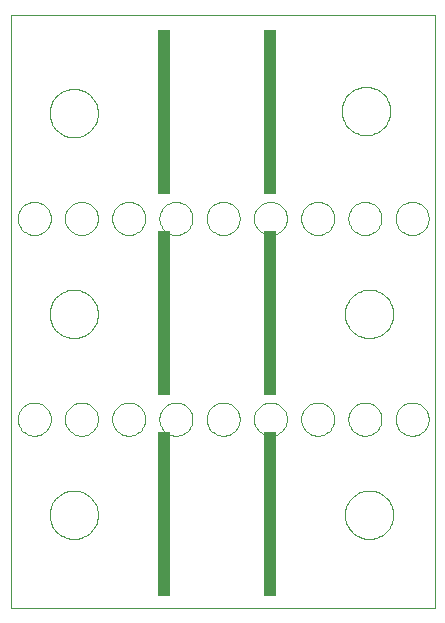
<source format=gtl>
G75*
%MOIN*%
%OFA0B0*%
%FSLAX24Y24*%
%IPPOS*%
%LPD*%
%AMOC8*
5,1,8,0,0,1.08239X$1,22.5*
%
%ADD10C,0.0000*%
%ADD11R,0.0394X0.5512*%
D10*
X000713Y000100D02*
X000713Y019883D01*
X014858Y019883D01*
X014858Y000100D01*
X000713Y000100D01*
X002012Y003214D02*
X002014Y003270D01*
X002020Y003326D01*
X002030Y003382D01*
X002043Y003436D01*
X002061Y003490D01*
X002082Y003542D01*
X002106Y003593D01*
X002135Y003642D01*
X002166Y003688D01*
X002201Y003733D01*
X002238Y003775D01*
X002279Y003814D01*
X002322Y003850D01*
X002368Y003883D01*
X002415Y003913D01*
X002465Y003939D01*
X002517Y003962D01*
X002570Y003982D01*
X002624Y003997D01*
X002679Y004009D01*
X002735Y004017D01*
X002791Y004021D01*
X002847Y004021D01*
X002903Y004017D01*
X002959Y004009D01*
X003014Y003997D01*
X003068Y003982D01*
X003121Y003962D01*
X003173Y003939D01*
X003222Y003913D01*
X003270Y003883D01*
X003316Y003850D01*
X003359Y003814D01*
X003400Y003775D01*
X003437Y003733D01*
X003472Y003688D01*
X003503Y003642D01*
X003532Y003593D01*
X003556Y003542D01*
X003577Y003490D01*
X003595Y003436D01*
X003608Y003382D01*
X003618Y003326D01*
X003624Y003270D01*
X003626Y003214D01*
X003624Y003158D01*
X003618Y003102D01*
X003608Y003046D01*
X003595Y002992D01*
X003577Y002938D01*
X003556Y002886D01*
X003532Y002835D01*
X003503Y002786D01*
X003472Y002740D01*
X003437Y002695D01*
X003400Y002653D01*
X003359Y002614D01*
X003316Y002578D01*
X003270Y002545D01*
X003223Y002515D01*
X003173Y002489D01*
X003121Y002466D01*
X003068Y002446D01*
X003014Y002431D01*
X002959Y002419D01*
X002903Y002411D01*
X002847Y002407D01*
X002791Y002407D01*
X002735Y002411D01*
X002679Y002419D01*
X002624Y002431D01*
X002570Y002446D01*
X002517Y002466D01*
X002465Y002489D01*
X002415Y002515D01*
X002368Y002545D01*
X002322Y002578D01*
X002279Y002614D01*
X002238Y002653D01*
X002201Y002695D01*
X002166Y002740D01*
X002135Y002786D01*
X002106Y002835D01*
X002082Y002886D01*
X002061Y002938D01*
X002043Y002992D01*
X002030Y003046D01*
X002020Y003102D01*
X002014Y003158D01*
X002012Y003214D01*
X000949Y006399D02*
X000951Y006446D01*
X000957Y006492D01*
X000967Y006538D01*
X000980Y006583D01*
X000998Y006626D01*
X001019Y006668D01*
X001043Y006708D01*
X001071Y006745D01*
X001102Y006780D01*
X001136Y006813D01*
X001172Y006842D01*
X001211Y006868D01*
X001252Y006891D01*
X001295Y006910D01*
X001339Y006926D01*
X001384Y006938D01*
X001430Y006946D01*
X001477Y006950D01*
X001523Y006950D01*
X001570Y006946D01*
X001616Y006938D01*
X001661Y006926D01*
X001705Y006910D01*
X001748Y006891D01*
X001789Y006868D01*
X001828Y006842D01*
X001864Y006813D01*
X001898Y006780D01*
X001929Y006745D01*
X001957Y006708D01*
X001981Y006668D01*
X002002Y006626D01*
X002020Y006583D01*
X002033Y006538D01*
X002043Y006492D01*
X002049Y006446D01*
X002051Y006399D01*
X002049Y006352D01*
X002043Y006306D01*
X002033Y006260D01*
X002020Y006215D01*
X002002Y006172D01*
X001981Y006130D01*
X001957Y006090D01*
X001929Y006053D01*
X001898Y006018D01*
X001864Y005985D01*
X001828Y005956D01*
X001789Y005930D01*
X001748Y005907D01*
X001705Y005888D01*
X001661Y005872D01*
X001616Y005860D01*
X001570Y005852D01*
X001523Y005848D01*
X001477Y005848D01*
X001430Y005852D01*
X001384Y005860D01*
X001339Y005872D01*
X001295Y005888D01*
X001252Y005907D01*
X001211Y005930D01*
X001172Y005956D01*
X001136Y005985D01*
X001102Y006018D01*
X001071Y006053D01*
X001043Y006090D01*
X001019Y006130D01*
X000998Y006172D01*
X000980Y006215D01*
X000967Y006260D01*
X000957Y006306D01*
X000951Y006352D01*
X000949Y006399D01*
X002524Y006399D02*
X002526Y006446D01*
X002532Y006492D01*
X002542Y006538D01*
X002555Y006583D01*
X002573Y006626D01*
X002594Y006668D01*
X002618Y006708D01*
X002646Y006745D01*
X002677Y006780D01*
X002711Y006813D01*
X002747Y006842D01*
X002786Y006868D01*
X002827Y006891D01*
X002870Y006910D01*
X002914Y006926D01*
X002959Y006938D01*
X003005Y006946D01*
X003052Y006950D01*
X003098Y006950D01*
X003145Y006946D01*
X003191Y006938D01*
X003236Y006926D01*
X003280Y006910D01*
X003323Y006891D01*
X003364Y006868D01*
X003403Y006842D01*
X003439Y006813D01*
X003473Y006780D01*
X003504Y006745D01*
X003532Y006708D01*
X003556Y006668D01*
X003577Y006626D01*
X003595Y006583D01*
X003608Y006538D01*
X003618Y006492D01*
X003624Y006446D01*
X003626Y006399D01*
X003624Y006352D01*
X003618Y006306D01*
X003608Y006260D01*
X003595Y006215D01*
X003577Y006172D01*
X003556Y006130D01*
X003532Y006090D01*
X003504Y006053D01*
X003473Y006018D01*
X003439Y005985D01*
X003403Y005956D01*
X003364Y005930D01*
X003323Y005907D01*
X003280Y005888D01*
X003236Y005872D01*
X003191Y005860D01*
X003145Y005852D01*
X003098Y005848D01*
X003052Y005848D01*
X003005Y005852D01*
X002959Y005860D01*
X002914Y005872D01*
X002870Y005888D01*
X002827Y005907D01*
X002786Y005930D01*
X002747Y005956D01*
X002711Y005985D01*
X002677Y006018D01*
X002646Y006053D01*
X002618Y006090D01*
X002594Y006130D01*
X002573Y006172D01*
X002555Y006215D01*
X002542Y006260D01*
X002532Y006306D01*
X002526Y006352D01*
X002524Y006399D01*
X004099Y006399D02*
X004101Y006446D01*
X004107Y006492D01*
X004117Y006538D01*
X004130Y006583D01*
X004148Y006626D01*
X004169Y006668D01*
X004193Y006708D01*
X004221Y006745D01*
X004252Y006780D01*
X004286Y006813D01*
X004322Y006842D01*
X004361Y006868D01*
X004402Y006891D01*
X004445Y006910D01*
X004489Y006926D01*
X004534Y006938D01*
X004580Y006946D01*
X004627Y006950D01*
X004673Y006950D01*
X004720Y006946D01*
X004766Y006938D01*
X004811Y006926D01*
X004855Y006910D01*
X004898Y006891D01*
X004939Y006868D01*
X004978Y006842D01*
X005014Y006813D01*
X005048Y006780D01*
X005079Y006745D01*
X005107Y006708D01*
X005131Y006668D01*
X005152Y006626D01*
X005170Y006583D01*
X005183Y006538D01*
X005193Y006492D01*
X005199Y006446D01*
X005201Y006399D01*
X005199Y006352D01*
X005193Y006306D01*
X005183Y006260D01*
X005170Y006215D01*
X005152Y006172D01*
X005131Y006130D01*
X005107Y006090D01*
X005079Y006053D01*
X005048Y006018D01*
X005014Y005985D01*
X004978Y005956D01*
X004939Y005930D01*
X004898Y005907D01*
X004855Y005888D01*
X004811Y005872D01*
X004766Y005860D01*
X004720Y005852D01*
X004673Y005848D01*
X004627Y005848D01*
X004580Y005852D01*
X004534Y005860D01*
X004489Y005872D01*
X004445Y005888D01*
X004402Y005907D01*
X004361Y005930D01*
X004322Y005956D01*
X004286Y005985D01*
X004252Y006018D01*
X004221Y006053D01*
X004193Y006090D01*
X004169Y006130D01*
X004148Y006172D01*
X004130Y006215D01*
X004117Y006260D01*
X004107Y006306D01*
X004101Y006352D01*
X004099Y006399D01*
X005673Y006399D02*
X005675Y006446D01*
X005681Y006492D01*
X005691Y006538D01*
X005704Y006583D01*
X005722Y006626D01*
X005743Y006668D01*
X005767Y006708D01*
X005795Y006745D01*
X005826Y006780D01*
X005860Y006813D01*
X005896Y006842D01*
X005935Y006868D01*
X005976Y006891D01*
X006019Y006910D01*
X006063Y006926D01*
X006108Y006938D01*
X006154Y006946D01*
X006201Y006950D01*
X006247Y006950D01*
X006294Y006946D01*
X006340Y006938D01*
X006385Y006926D01*
X006429Y006910D01*
X006472Y006891D01*
X006513Y006868D01*
X006552Y006842D01*
X006588Y006813D01*
X006622Y006780D01*
X006653Y006745D01*
X006681Y006708D01*
X006705Y006668D01*
X006726Y006626D01*
X006744Y006583D01*
X006757Y006538D01*
X006767Y006492D01*
X006773Y006446D01*
X006775Y006399D01*
X006773Y006352D01*
X006767Y006306D01*
X006757Y006260D01*
X006744Y006215D01*
X006726Y006172D01*
X006705Y006130D01*
X006681Y006090D01*
X006653Y006053D01*
X006622Y006018D01*
X006588Y005985D01*
X006552Y005956D01*
X006513Y005930D01*
X006472Y005907D01*
X006429Y005888D01*
X006385Y005872D01*
X006340Y005860D01*
X006294Y005852D01*
X006247Y005848D01*
X006201Y005848D01*
X006154Y005852D01*
X006108Y005860D01*
X006063Y005872D01*
X006019Y005888D01*
X005976Y005907D01*
X005935Y005930D01*
X005896Y005956D01*
X005860Y005985D01*
X005826Y006018D01*
X005795Y006053D01*
X005767Y006090D01*
X005743Y006130D01*
X005722Y006172D01*
X005704Y006215D01*
X005691Y006260D01*
X005681Y006306D01*
X005675Y006352D01*
X005673Y006399D01*
X007248Y006399D02*
X007250Y006446D01*
X007256Y006492D01*
X007266Y006538D01*
X007279Y006583D01*
X007297Y006626D01*
X007318Y006668D01*
X007342Y006708D01*
X007370Y006745D01*
X007401Y006780D01*
X007435Y006813D01*
X007471Y006842D01*
X007510Y006868D01*
X007551Y006891D01*
X007594Y006910D01*
X007638Y006926D01*
X007683Y006938D01*
X007729Y006946D01*
X007776Y006950D01*
X007822Y006950D01*
X007869Y006946D01*
X007915Y006938D01*
X007960Y006926D01*
X008004Y006910D01*
X008047Y006891D01*
X008088Y006868D01*
X008127Y006842D01*
X008163Y006813D01*
X008197Y006780D01*
X008228Y006745D01*
X008256Y006708D01*
X008280Y006668D01*
X008301Y006626D01*
X008319Y006583D01*
X008332Y006538D01*
X008342Y006492D01*
X008348Y006446D01*
X008350Y006399D01*
X008348Y006352D01*
X008342Y006306D01*
X008332Y006260D01*
X008319Y006215D01*
X008301Y006172D01*
X008280Y006130D01*
X008256Y006090D01*
X008228Y006053D01*
X008197Y006018D01*
X008163Y005985D01*
X008127Y005956D01*
X008088Y005930D01*
X008047Y005907D01*
X008004Y005888D01*
X007960Y005872D01*
X007915Y005860D01*
X007869Y005852D01*
X007822Y005848D01*
X007776Y005848D01*
X007729Y005852D01*
X007683Y005860D01*
X007638Y005872D01*
X007594Y005888D01*
X007551Y005907D01*
X007510Y005930D01*
X007471Y005956D01*
X007435Y005985D01*
X007401Y006018D01*
X007370Y006053D01*
X007342Y006090D01*
X007318Y006130D01*
X007297Y006172D01*
X007279Y006215D01*
X007266Y006260D01*
X007256Y006306D01*
X007250Y006352D01*
X007248Y006399D01*
X008823Y006399D02*
X008825Y006446D01*
X008831Y006492D01*
X008841Y006538D01*
X008854Y006583D01*
X008872Y006626D01*
X008893Y006668D01*
X008917Y006708D01*
X008945Y006745D01*
X008976Y006780D01*
X009010Y006813D01*
X009046Y006842D01*
X009085Y006868D01*
X009126Y006891D01*
X009169Y006910D01*
X009213Y006926D01*
X009258Y006938D01*
X009304Y006946D01*
X009351Y006950D01*
X009397Y006950D01*
X009444Y006946D01*
X009490Y006938D01*
X009535Y006926D01*
X009579Y006910D01*
X009622Y006891D01*
X009663Y006868D01*
X009702Y006842D01*
X009738Y006813D01*
X009772Y006780D01*
X009803Y006745D01*
X009831Y006708D01*
X009855Y006668D01*
X009876Y006626D01*
X009894Y006583D01*
X009907Y006538D01*
X009917Y006492D01*
X009923Y006446D01*
X009925Y006399D01*
X009923Y006352D01*
X009917Y006306D01*
X009907Y006260D01*
X009894Y006215D01*
X009876Y006172D01*
X009855Y006130D01*
X009831Y006090D01*
X009803Y006053D01*
X009772Y006018D01*
X009738Y005985D01*
X009702Y005956D01*
X009663Y005930D01*
X009622Y005907D01*
X009579Y005888D01*
X009535Y005872D01*
X009490Y005860D01*
X009444Y005852D01*
X009397Y005848D01*
X009351Y005848D01*
X009304Y005852D01*
X009258Y005860D01*
X009213Y005872D01*
X009169Y005888D01*
X009126Y005907D01*
X009085Y005930D01*
X009046Y005956D01*
X009010Y005985D01*
X008976Y006018D01*
X008945Y006053D01*
X008917Y006090D01*
X008893Y006130D01*
X008872Y006172D01*
X008854Y006215D01*
X008841Y006260D01*
X008831Y006306D01*
X008825Y006352D01*
X008823Y006399D01*
X010398Y006399D02*
X010400Y006446D01*
X010406Y006492D01*
X010416Y006538D01*
X010429Y006583D01*
X010447Y006626D01*
X010468Y006668D01*
X010492Y006708D01*
X010520Y006745D01*
X010551Y006780D01*
X010585Y006813D01*
X010621Y006842D01*
X010660Y006868D01*
X010701Y006891D01*
X010744Y006910D01*
X010788Y006926D01*
X010833Y006938D01*
X010879Y006946D01*
X010926Y006950D01*
X010972Y006950D01*
X011019Y006946D01*
X011065Y006938D01*
X011110Y006926D01*
X011154Y006910D01*
X011197Y006891D01*
X011238Y006868D01*
X011277Y006842D01*
X011313Y006813D01*
X011347Y006780D01*
X011378Y006745D01*
X011406Y006708D01*
X011430Y006668D01*
X011451Y006626D01*
X011469Y006583D01*
X011482Y006538D01*
X011492Y006492D01*
X011498Y006446D01*
X011500Y006399D01*
X011498Y006352D01*
X011492Y006306D01*
X011482Y006260D01*
X011469Y006215D01*
X011451Y006172D01*
X011430Y006130D01*
X011406Y006090D01*
X011378Y006053D01*
X011347Y006018D01*
X011313Y005985D01*
X011277Y005956D01*
X011238Y005930D01*
X011197Y005907D01*
X011154Y005888D01*
X011110Y005872D01*
X011065Y005860D01*
X011019Y005852D01*
X010972Y005848D01*
X010926Y005848D01*
X010879Y005852D01*
X010833Y005860D01*
X010788Y005872D01*
X010744Y005888D01*
X010701Y005907D01*
X010660Y005930D01*
X010621Y005956D01*
X010585Y005985D01*
X010551Y006018D01*
X010520Y006053D01*
X010492Y006090D01*
X010468Y006130D01*
X010447Y006172D01*
X010429Y006215D01*
X010416Y006260D01*
X010406Y006306D01*
X010400Y006352D01*
X010398Y006399D01*
X011973Y006399D02*
X011975Y006446D01*
X011981Y006492D01*
X011991Y006538D01*
X012004Y006583D01*
X012022Y006626D01*
X012043Y006668D01*
X012067Y006708D01*
X012095Y006745D01*
X012126Y006780D01*
X012160Y006813D01*
X012196Y006842D01*
X012235Y006868D01*
X012276Y006891D01*
X012319Y006910D01*
X012363Y006926D01*
X012408Y006938D01*
X012454Y006946D01*
X012501Y006950D01*
X012547Y006950D01*
X012594Y006946D01*
X012640Y006938D01*
X012685Y006926D01*
X012729Y006910D01*
X012772Y006891D01*
X012813Y006868D01*
X012852Y006842D01*
X012888Y006813D01*
X012922Y006780D01*
X012953Y006745D01*
X012981Y006708D01*
X013005Y006668D01*
X013026Y006626D01*
X013044Y006583D01*
X013057Y006538D01*
X013067Y006492D01*
X013073Y006446D01*
X013075Y006399D01*
X013073Y006352D01*
X013067Y006306D01*
X013057Y006260D01*
X013044Y006215D01*
X013026Y006172D01*
X013005Y006130D01*
X012981Y006090D01*
X012953Y006053D01*
X012922Y006018D01*
X012888Y005985D01*
X012852Y005956D01*
X012813Y005930D01*
X012772Y005907D01*
X012729Y005888D01*
X012685Y005872D01*
X012640Y005860D01*
X012594Y005852D01*
X012547Y005848D01*
X012501Y005848D01*
X012454Y005852D01*
X012408Y005860D01*
X012363Y005872D01*
X012319Y005888D01*
X012276Y005907D01*
X012235Y005930D01*
X012196Y005956D01*
X012160Y005985D01*
X012126Y006018D01*
X012095Y006053D01*
X012067Y006090D01*
X012043Y006130D01*
X012022Y006172D01*
X012004Y006215D01*
X011991Y006260D01*
X011981Y006306D01*
X011975Y006352D01*
X011973Y006399D01*
X013547Y006399D02*
X013549Y006446D01*
X013555Y006492D01*
X013565Y006538D01*
X013578Y006583D01*
X013596Y006626D01*
X013617Y006668D01*
X013641Y006708D01*
X013669Y006745D01*
X013700Y006780D01*
X013734Y006813D01*
X013770Y006842D01*
X013809Y006868D01*
X013850Y006891D01*
X013893Y006910D01*
X013937Y006926D01*
X013982Y006938D01*
X014028Y006946D01*
X014075Y006950D01*
X014121Y006950D01*
X014168Y006946D01*
X014214Y006938D01*
X014259Y006926D01*
X014303Y006910D01*
X014346Y006891D01*
X014387Y006868D01*
X014426Y006842D01*
X014462Y006813D01*
X014496Y006780D01*
X014527Y006745D01*
X014555Y006708D01*
X014579Y006668D01*
X014600Y006626D01*
X014618Y006583D01*
X014631Y006538D01*
X014641Y006492D01*
X014647Y006446D01*
X014649Y006399D01*
X014647Y006352D01*
X014641Y006306D01*
X014631Y006260D01*
X014618Y006215D01*
X014600Y006172D01*
X014579Y006130D01*
X014555Y006090D01*
X014527Y006053D01*
X014496Y006018D01*
X014462Y005985D01*
X014426Y005956D01*
X014387Y005930D01*
X014346Y005907D01*
X014303Y005888D01*
X014259Y005872D01*
X014214Y005860D01*
X014168Y005852D01*
X014121Y005848D01*
X014075Y005848D01*
X014028Y005852D01*
X013982Y005860D01*
X013937Y005872D01*
X013893Y005888D01*
X013850Y005907D01*
X013809Y005930D01*
X013770Y005956D01*
X013734Y005985D01*
X013700Y006018D01*
X013669Y006053D01*
X013641Y006090D01*
X013617Y006130D01*
X013596Y006172D01*
X013578Y006215D01*
X013565Y006260D01*
X013555Y006306D01*
X013549Y006352D01*
X013547Y006399D01*
X011854Y003214D02*
X011856Y003270D01*
X011862Y003326D01*
X011872Y003382D01*
X011885Y003436D01*
X011903Y003490D01*
X011924Y003542D01*
X011948Y003593D01*
X011977Y003642D01*
X012008Y003688D01*
X012043Y003733D01*
X012080Y003775D01*
X012121Y003814D01*
X012164Y003850D01*
X012210Y003883D01*
X012257Y003913D01*
X012307Y003939D01*
X012359Y003962D01*
X012412Y003982D01*
X012466Y003997D01*
X012521Y004009D01*
X012577Y004017D01*
X012633Y004021D01*
X012689Y004021D01*
X012745Y004017D01*
X012801Y004009D01*
X012856Y003997D01*
X012910Y003982D01*
X012963Y003962D01*
X013015Y003939D01*
X013064Y003913D01*
X013112Y003883D01*
X013158Y003850D01*
X013201Y003814D01*
X013242Y003775D01*
X013279Y003733D01*
X013314Y003688D01*
X013345Y003642D01*
X013374Y003593D01*
X013398Y003542D01*
X013419Y003490D01*
X013437Y003436D01*
X013450Y003382D01*
X013460Y003326D01*
X013466Y003270D01*
X013468Y003214D01*
X013466Y003158D01*
X013460Y003102D01*
X013450Y003046D01*
X013437Y002992D01*
X013419Y002938D01*
X013398Y002886D01*
X013374Y002835D01*
X013345Y002786D01*
X013314Y002740D01*
X013279Y002695D01*
X013242Y002653D01*
X013201Y002614D01*
X013158Y002578D01*
X013112Y002545D01*
X013065Y002515D01*
X013015Y002489D01*
X012963Y002466D01*
X012910Y002446D01*
X012856Y002431D01*
X012801Y002419D01*
X012745Y002411D01*
X012689Y002407D01*
X012633Y002407D01*
X012577Y002411D01*
X012521Y002419D01*
X012466Y002431D01*
X012412Y002446D01*
X012359Y002466D01*
X012307Y002489D01*
X012257Y002515D01*
X012210Y002545D01*
X012164Y002578D01*
X012121Y002614D01*
X012080Y002653D01*
X012043Y002695D01*
X012008Y002740D01*
X011977Y002786D01*
X011948Y002835D01*
X011924Y002886D01*
X011903Y002938D01*
X011885Y002992D01*
X011872Y003046D01*
X011862Y003102D01*
X011856Y003158D01*
X011854Y003214D01*
X011854Y009907D02*
X011856Y009963D01*
X011862Y010019D01*
X011872Y010075D01*
X011885Y010129D01*
X011903Y010183D01*
X011924Y010235D01*
X011948Y010286D01*
X011977Y010335D01*
X012008Y010381D01*
X012043Y010426D01*
X012080Y010468D01*
X012121Y010507D01*
X012164Y010543D01*
X012210Y010576D01*
X012257Y010606D01*
X012307Y010632D01*
X012359Y010655D01*
X012412Y010675D01*
X012466Y010690D01*
X012521Y010702D01*
X012577Y010710D01*
X012633Y010714D01*
X012689Y010714D01*
X012745Y010710D01*
X012801Y010702D01*
X012856Y010690D01*
X012910Y010675D01*
X012963Y010655D01*
X013015Y010632D01*
X013064Y010606D01*
X013112Y010576D01*
X013158Y010543D01*
X013201Y010507D01*
X013242Y010468D01*
X013279Y010426D01*
X013314Y010381D01*
X013345Y010335D01*
X013374Y010286D01*
X013398Y010235D01*
X013419Y010183D01*
X013437Y010129D01*
X013450Y010075D01*
X013460Y010019D01*
X013466Y009963D01*
X013468Y009907D01*
X013466Y009851D01*
X013460Y009795D01*
X013450Y009739D01*
X013437Y009685D01*
X013419Y009631D01*
X013398Y009579D01*
X013374Y009528D01*
X013345Y009479D01*
X013314Y009433D01*
X013279Y009388D01*
X013242Y009346D01*
X013201Y009307D01*
X013158Y009271D01*
X013112Y009238D01*
X013065Y009208D01*
X013015Y009182D01*
X012963Y009159D01*
X012910Y009139D01*
X012856Y009124D01*
X012801Y009112D01*
X012745Y009104D01*
X012689Y009100D01*
X012633Y009100D01*
X012577Y009104D01*
X012521Y009112D01*
X012466Y009124D01*
X012412Y009139D01*
X012359Y009159D01*
X012307Y009182D01*
X012257Y009208D01*
X012210Y009238D01*
X012164Y009271D01*
X012121Y009307D01*
X012080Y009346D01*
X012043Y009388D01*
X012008Y009433D01*
X011977Y009479D01*
X011948Y009528D01*
X011924Y009579D01*
X011903Y009631D01*
X011885Y009685D01*
X011872Y009739D01*
X011862Y009795D01*
X011856Y009851D01*
X011854Y009907D01*
X011973Y013092D02*
X011975Y013139D01*
X011981Y013185D01*
X011991Y013231D01*
X012004Y013276D01*
X012022Y013319D01*
X012043Y013361D01*
X012067Y013401D01*
X012095Y013438D01*
X012126Y013473D01*
X012160Y013506D01*
X012196Y013535D01*
X012235Y013561D01*
X012276Y013584D01*
X012319Y013603D01*
X012363Y013619D01*
X012408Y013631D01*
X012454Y013639D01*
X012501Y013643D01*
X012547Y013643D01*
X012594Y013639D01*
X012640Y013631D01*
X012685Y013619D01*
X012729Y013603D01*
X012772Y013584D01*
X012813Y013561D01*
X012852Y013535D01*
X012888Y013506D01*
X012922Y013473D01*
X012953Y013438D01*
X012981Y013401D01*
X013005Y013361D01*
X013026Y013319D01*
X013044Y013276D01*
X013057Y013231D01*
X013067Y013185D01*
X013073Y013139D01*
X013075Y013092D01*
X013073Y013045D01*
X013067Y012999D01*
X013057Y012953D01*
X013044Y012908D01*
X013026Y012865D01*
X013005Y012823D01*
X012981Y012783D01*
X012953Y012746D01*
X012922Y012711D01*
X012888Y012678D01*
X012852Y012649D01*
X012813Y012623D01*
X012772Y012600D01*
X012729Y012581D01*
X012685Y012565D01*
X012640Y012553D01*
X012594Y012545D01*
X012547Y012541D01*
X012501Y012541D01*
X012454Y012545D01*
X012408Y012553D01*
X012363Y012565D01*
X012319Y012581D01*
X012276Y012600D01*
X012235Y012623D01*
X012196Y012649D01*
X012160Y012678D01*
X012126Y012711D01*
X012095Y012746D01*
X012067Y012783D01*
X012043Y012823D01*
X012022Y012865D01*
X012004Y012908D01*
X011991Y012953D01*
X011981Y012999D01*
X011975Y013045D01*
X011973Y013092D01*
X010398Y013092D02*
X010400Y013139D01*
X010406Y013185D01*
X010416Y013231D01*
X010429Y013276D01*
X010447Y013319D01*
X010468Y013361D01*
X010492Y013401D01*
X010520Y013438D01*
X010551Y013473D01*
X010585Y013506D01*
X010621Y013535D01*
X010660Y013561D01*
X010701Y013584D01*
X010744Y013603D01*
X010788Y013619D01*
X010833Y013631D01*
X010879Y013639D01*
X010926Y013643D01*
X010972Y013643D01*
X011019Y013639D01*
X011065Y013631D01*
X011110Y013619D01*
X011154Y013603D01*
X011197Y013584D01*
X011238Y013561D01*
X011277Y013535D01*
X011313Y013506D01*
X011347Y013473D01*
X011378Y013438D01*
X011406Y013401D01*
X011430Y013361D01*
X011451Y013319D01*
X011469Y013276D01*
X011482Y013231D01*
X011492Y013185D01*
X011498Y013139D01*
X011500Y013092D01*
X011498Y013045D01*
X011492Y012999D01*
X011482Y012953D01*
X011469Y012908D01*
X011451Y012865D01*
X011430Y012823D01*
X011406Y012783D01*
X011378Y012746D01*
X011347Y012711D01*
X011313Y012678D01*
X011277Y012649D01*
X011238Y012623D01*
X011197Y012600D01*
X011154Y012581D01*
X011110Y012565D01*
X011065Y012553D01*
X011019Y012545D01*
X010972Y012541D01*
X010926Y012541D01*
X010879Y012545D01*
X010833Y012553D01*
X010788Y012565D01*
X010744Y012581D01*
X010701Y012600D01*
X010660Y012623D01*
X010621Y012649D01*
X010585Y012678D01*
X010551Y012711D01*
X010520Y012746D01*
X010492Y012783D01*
X010468Y012823D01*
X010447Y012865D01*
X010429Y012908D01*
X010416Y012953D01*
X010406Y012999D01*
X010400Y013045D01*
X010398Y013092D01*
X008823Y013092D02*
X008825Y013139D01*
X008831Y013185D01*
X008841Y013231D01*
X008854Y013276D01*
X008872Y013319D01*
X008893Y013361D01*
X008917Y013401D01*
X008945Y013438D01*
X008976Y013473D01*
X009010Y013506D01*
X009046Y013535D01*
X009085Y013561D01*
X009126Y013584D01*
X009169Y013603D01*
X009213Y013619D01*
X009258Y013631D01*
X009304Y013639D01*
X009351Y013643D01*
X009397Y013643D01*
X009444Y013639D01*
X009490Y013631D01*
X009535Y013619D01*
X009579Y013603D01*
X009622Y013584D01*
X009663Y013561D01*
X009702Y013535D01*
X009738Y013506D01*
X009772Y013473D01*
X009803Y013438D01*
X009831Y013401D01*
X009855Y013361D01*
X009876Y013319D01*
X009894Y013276D01*
X009907Y013231D01*
X009917Y013185D01*
X009923Y013139D01*
X009925Y013092D01*
X009923Y013045D01*
X009917Y012999D01*
X009907Y012953D01*
X009894Y012908D01*
X009876Y012865D01*
X009855Y012823D01*
X009831Y012783D01*
X009803Y012746D01*
X009772Y012711D01*
X009738Y012678D01*
X009702Y012649D01*
X009663Y012623D01*
X009622Y012600D01*
X009579Y012581D01*
X009535Y012565D01*
X009490Y012553D01*
X009444Y012545D01*
X009397Y012541D01*
X009351Y012541D01*
X009304Y012545D01*
X009258Y012553D01*
X009213Y012565D01*
X009169Y012581D01*
X009126Y012600D01*
X009085Y012623D01*
X009046Y012649D01*
X009010Y012678D01*
X008976Y012711D01*
X008945Y012746D01*
X008917Y012783D01*
X008893Y012823D01*
X008872Y012865D01*
X008854Y012908D01*
X008841Y012953D01*
X008831Y012999D01*
X008825Y013045D01*
X008823Y013092D01*
X007248Y013092D02*
X007250Y013139D01*
X007256Y013185D01*
X007266Y013231D01*
X007279Y013276D01*
X007297Y013319D01*
X007318Y013361D01*
X007342Y013401D01*
X007370Y013438D01*
X007401Y013473D01*
X007435Y013506D01*
X007471Y013535D01*
X007510Y013561D01*
X007551Y013584D01*
X007594Y013603D01*
X007638Y013619D01*
X007683Y013631D01*
X007729Y013639D01*
X007776Y013643D01*
X007822Y013643D01*
X007869Y013639D01*
X007915Y013631D01*
X007960Y013619D01*
X008004Y013603D01*
X008047Y013584D01*
X008088Y013561D01*
X008127Y013535D01*
X008163Y013506D01*
X008197Y013473D01*
X008228Y013438D01*
X008256Y013401D01*
X008280Y013361D01*
X008301Y013319D01*
X008319Y013276D01*
X008332Y013231D01*
X008342Y013185D01*
X008348Y013139D01*
X008350Y013092D01*
X008348Y013045D01*
X008342Y012999D01*
X008332Y012953D01*
X008319Y012908D01*
X008301Y012865D01*
X008280Y012823D01*
X008256Y012783D01*
X008228Y012746D01*
X008197Y012711D01*
X008163Y012678D01*
X008127Y012649D01*
X008088Y012623D01*
X008047Y012600D01*
X008004Y012581D01*
X007960Y012565D01*
X007915Y012553D01*
X007869Y012545D01*
X007822Y012541D01*
X007776Y012541D01*
X007729Y012545D01*
X007683Y012553D01*
X007638Y012565D01*
X007594Y012581D01*
X007551Y012600D01*
X007510Y012623D01*
X007471Y012649D01*
X007435Y012678D01*
X007401Y012711D01*
X007370Y012746D01*
X007342Y012783D01*
X007318Y012823D01*
X007297Y012865D01*
X007279Y012908D01*
X007266Y012953D01*
X007256Y012999D01*
X007250Y013045D01*
X007248Y013092D01*
X005673Y013092D02*
X005675Y013139D01*
X005681Y013185D01*
X005691Y013231D01*
X005704Y013276D01*
X005722Y013319D01*
X005743Y013361D01*
X005767Y013401D01*
X005795Y013438D01*
X005826Y013473D01*
X005860Y013506D01*
X005896Y013535D01*
X005935Y013561D01*
X005976Y013584D01*
X006019Y013603D01*
X006063Y013619D01*
X006108Y013631D01*
X006154Y013639D01*
X006201Y013643D01*
X006247Y013643D01*
X006294Y013639D01*
X006340Y013631D01*
X006385Y013619D01*
X006429Y013603D01*
X006472Y013584D01*
X006513Y013561D01*
X006552Y013535D01*
X006588Y013506D01*
X006622Y013473D01*
X006653Y013438D01*
X006681Y013401D01*
X006705Y013361D01*
X006726Y013319D01*
X006744Y013276D01*
X006757Y013231D01*
X006767Y013185D01*
X006773Y013139D01*
X006775Y013092D01*
X006773Y013045D01*
X006767Y012999D01*
X006757Y012953D01*
X006744Y012908D01*
X006726Y012865D01*
X006705Y012823D01*
X006681Y012783D01*
X006653Y012746D01*
X006622Y012711D01*
X006588Y012678D01*
X006552Y012649D01*
X006513Y012623D01*
X006472Y012600D01*
X006429Y012581D01*
X006385Y012565D01*
X006340Y012553D01*
X006294Y012545D01*
X006247Y012541D01*
X006201Y012541D01*
X006154Y012545D01*
X006108Y012553D01*
X006063Y012565D01*
X006019Y012581D01*
X005976Y012600D01*
X005935Y012623D01*
X005896Y012649D01*
X005860Y012678D01*
X005826Y012711D01*
X005795Y012746D01*
X005767Y012783D01*
X005743Y012823D01*
X005722Y012865D01*
X005704Y012908D01*
X005691Y012953D01*
X005681Y012999D01*
X005675Y013045D01*
X005673Y013092D01*
X004099Y013092D02*
X004101Y013139D01*
X004107Y013185D01*
X004117Y013231D01*
X004130Y013276D01*
X004148Y013319D01*
X004169Y013361D01*
X004193Y013401D01*
X004221Y013438D01*
X004252Y013473D01*
X004286Y013506D01*
X004322Y013535D01*
X004361Y013561D01*
X004402Y013584D01*
X004445Y013603D01*
X004489Y013619D01*
X004534Y013631D01*
X004580Y013639D01*
X004627Y013643D01*
X004673Y013643D01*
X004720Y013639D01*
X004766Y013631D01*
X004811Y013619D01*
X004855Y013603D01*
X004898Y013584D01*
X004939Y013561D01*
X004978Y013535D01*
X005014Y013506D01*
X005048Y013473D01*
X005079Y013438D01*
X005107Y013401D01*
X005131Y013361D01*
X005152Y013319D01*
X005170Y013276D01*
X005183Y013231D01*
X005193Y013185D01*
X005199Y013139D01*
X005201Y013092D01*
X005199Y013045D01*
X005193Y012999D01*
X005183Y012953D01*
X005170Y012908D01*
X005152Y012865D01*
X005131Y012823D01*
X005107Y012783D01*
X005079Y012746D01*
X005048Y012711D01*
X005014Y012678D01*
X004978Y012649D01*
X004939Y012623D01*
X004898Y012600D01*
X004855Y012581D01*
X004811Y012565D01*
X004766Y012553D01*
X004720Y012545D01*
X004673Y012541D01*
X004627Y012541D01*
X004580Y012545D01*
X004534Y012553D01*
X004489Y012565D01*
X004445Y012581D01*
X004402Y012600D01*
X004361Y012623D01*
X004322Y012649D01*
X004286Y012678D01*
X004252Y012711D01*
X004221Y012746D01*
X004193Y012783D01*
X004169Y012823D01*
X004148Y012865D01*
X004130Y012908D01*
X004117Y012953D01*
X004107Y012999D01*
X004101Y013045D01*
X004099Y013092D01*
X002524Y013092D02*
X002526Y013139D01*
X002532Y013185D01*
X002542Y013231D01*
X002555Y013276D01*
X002573Y013319D01*
X002594Y013361D01*
X002618Y013401D01*
X002646Y013438D01*
X002677Y013473D01*
X002711Y013506D01*
X002747Y013535D01*
X002786Y013561D01*
X002827Y013584D01*
X002870Y013603D01*
X002914Y013619D01*
X002959Y013631D01*
X003005Y013639D01*
X003052Y013643D01*
X003098Y013643D01*
X003145Y013639D01*
X003191Y013631D01*
X003236Y013619D01*
X003280Y013603D01*
X003323Y013584D01*
X003364Y013561D01*
X003403Y013535D01*
X003439Y013506D01*
X003473Y013473D01*
X003504Y013438D01*
X003532Y013401D01*
X003556Y013361D01*
X003577Y013319D01*
X003595Y013276D01*
X003608Y013231D01*
X003618Y013185D01*
X003624Y013139D01*
X003626Y013092D01*
X003624Y013045D01*
X003618Y012999D01*
X003608Y012953D01*
X003595Y012908D01*
X003577Y012865D01*
X003556Y012823D01*
X003532Y012783D01*
X003504Y012746D01*
X003473Y012711D01*
X003439Y012678D01*
X003403Y012649D01*
X003364Y012623D01*
X003323Y012600D01*
X003280Y012581D01*
X003236Y012565D01*
X003191Y012553D01*
X003145Y012545D01*
X003098Y012541D01*
X003052Y012541D01*
X003005Y012545D01*
X002959Y012553D01*
X002914Y012565D01*
X002870Y012581D01*
X002827Y012600D01*
X002786Y012623D01*
X002747Y012649D01*
X002711Y012678D01*
X002677Y012711D01*
X002646Y012746D01*
X002618Y012783D01*
X002594Y012823D01*
X002573Y012865D01*
X002555Y012908D01*
X002542Y012953D01*
X002532Y012999D01*
X002526Y013045D01*
X002524Y013092D01*
X000949Y013092D02*
X000951Y013139D01*
X000957Y013185D01*
X000967Y013231D01*
X000980Y013276D01*
X000998Y013319D01*
X001019Y013361D01*
X001043Y013401D01*
X001071Y013438D01*
X001102Y013473D01*
X001136Y013506D01*
X001172Y013535D01*
X001211Y013561D01*
X001252Y013584D01*
X001295Y013603D01*
X001339Y013619D01*
X001384Y013631D01*
X001430Y013639D01*
X001477Y013643D01*
X001523Y013643D01*
X001570Y013639D01*
X001616Y013631D01*
X001661Y013619D01*
X001705Y013603D01*
X001748Y013584D01*
X001789Y013561D01*
X001828Y013535D01*
X001864Y013506D01*
X001898Y013473D01*
X001929Y013438D01*
X001957Y013401D01*
X001981Y013361D01*
X002002Y013319D01*
X002020Y013276D01*
X002033Y013231D01*
X002043Y013185D01*
X002049Y013139D01*
X002051Y013092D01*
X002049Y013045D01*
X002043Y012999D01*
X002033Y012953D01*
X002020Y012908D01*
X002002Y012865D01*
X001981Y012823D01*
X001957Y012783D01*
X001929Y012746D01*
X001898Y012711D01*
X001864Y012678D01*
X001828Y012649D01*
X001789Y012623D01*
X001748Y012600D01*
X001705Y012581D01*
X001661Y012565D01*
X001616Y012553D01*
X001570Y012545D01*
X001523Y012541D01*
X001477Y012541D01*
X001430Y012545D01*
X001384Y012553D01*
X001339Y012565D01*
X001295Y012581D01*
X001252Y012600D01*
X001211Y012623D01*
X001172Y012649D01*
X001136Y012678D01*
X001102Y012711D01*
X001071Y012746D01*
X001043Y012783D01*
X001019Y012823D01*
X000998Y012865D01*
X000980Y012908D01*
X000967Y012953D01*
X000957Y012999D01*
X000951Y013045D01*
X000949Y013092D01*
X002012Y009907D02*
X002014Y009963D01*
X002020Y010019D01*
X002030Y010075D01*
X002043Y010129D01*
X002061Y010183D01*
X002082Y010235D01*
X002106Y010286D01*
X002135Y010335D01*
X002166Y010381D01*
X002201Y010426D01*
X002238Y010468D01*
X002279Y010507D01*
X002322Y010543D01*
X002368Y010576D01*
X002415Y010606D01*
X002465Y010632D01*
X002517Y010655D01*
X002570Y010675D01*
X002624Y010690D01*
X002679Y010702D01*
X002735Y010710D01*
X002791Y010714D01*
X002847Y010714D01*
X002903Y010710D01*
X002959Y010702D01*
X003014Y010690D01*
X003068Y010675D01*
X003121Y010655D01*
X003173Y010632D01*
X003222Y010606D01*
X003270Y010576D01*
X003316Y010543D01*
X003359Y010507D01*
X003400Y010468D01*
X003437Y010426D01*
X003472Y010381D01*
X003503Y010335D01*
X003532Y010286D01*
X003556Y010235D01*
X003577Y010183D01*
X003595Y010129D01*
X003608Y010075D01*
X003618Y010019D01*
X003624Y009963D01*
X003626Y009907D01*
X003624Y009851D01*
X003618Y009795D01*
X003608Y009739D01*
X003595Y009685D01*
X003577Y009631D01*
X003556Y009579D01*
X003532Y009528D01*
X003503Y009479D01*
X003472Y009433D01*
X003437Y009388D01*
X003400Y009346D01*
X003359Y009307D01*
X003316Y009271D01*
X003270Y009238D01*
X003223Y009208D01*
X003173Y009182D01*
X003121Y009159D01*
X003068Y009139D01*
X003014Y009124D01*
X002959Y009112D01*
X002903Y009104D01*
X002847Y009100D01*
X002791Y009100D01*
X002735Y009104D01*
X002679Y009112D01*
X002624Y009124D01*
X002570Y009139D01*
X002517Y009159D01*
X002465Y009182D01*
X002415Y009208D01*
X002368Y009238D01*
X002322Y009271D01*
X002279Y009307D01*
X002238Y009346D01*
X002201Y009388D01*
X002166Y009433D01*
X002135Y009479D01*
X002106Y009528D01*
X002082Y009579D01*
X002061Y009631D01*
X002043Y009685D01*
X002030Y009739D01*
X002020Y009795D01*
X002014Y009851D01*
X002012Y009907D01*
X002012Y016600D02*
X002014Y016656D01*
X002020Y016712D01*
X002030Y016768D01*
X002043Y016822D01*
X002061Y016876D01*
X002082Y016928D01*
X002106Y016979D01*
X002135Y017028D01*
X002166Y017074D01*
X002201Y017119D01*
X002238Y017161D01*
X002279Y017200D01*
X002322Y017236D01*
X002368Y017269D01*
X002415Y017299D01*
X002465Y017325D01*
X002517Y017348D01*
X002570Y017368D01*
X002624Y017383D01*
X002679Y017395D01*
X002735Y017403D01*
X002791Y017407D01*
X002847Y017407D01*
X002903Y017403D01*
X002959Y017395D01*
X003014Y017383D01*
X003068Y017368D01*
X003121Y017348D01*
X003173Y017325D01*
X003222Y017299D01*
X003270Y017269D01*
X003316Y017236D01*
X003359Y017200D01*
X003400Y017161D01*
X003437Y017119D01*
X003472Y017074D01*
X003503Y017028D01*
X003532Y016979D01*
X003556Y016928D01*
X003577Y016876D01*
X003595Y016822D01*
X003608Y016768D01*
X003618Y016712D01*
X003624Y016656D01*
X003626Y016600D01*
X003624Y016544D01*
X003618Y016488D01*
X003608Y016432D01*
X003595Y016378D01*
X003577Y016324D01*
X003556Y016272D01*
X003532Y016221D01*
X003503Y016172D01*
X003472Y016126D01*
X003437Y016081D01*
X003400Y016039D01*
X003359Y016000D01*
X003316Y015964D01*
X003270Y015931D01*
X003223Y015901D01*
X003173Y015875D01*
X003121Y015852D01*
X003068Y015832D01*
X003014Y015817D01*
X002959Y015805D01*
X002903Y015797D01*
X002847Y015793D01*
X002791Y015793D01*
X002735Y015797D01*
X002679Y015805D01*
X002624Y015817D01*
X002570Y015832D01*
X002517Y015852D01*
X002465Y015875D01*
X002415Y015901D01*
X002368Y015931D01*
X002322Y015964D01*
X002279Y016000D01*
X002238Y016039D01*
X002201Y016081D01*
X002166Y016126D01*
X002135Y016172D01*
X002106Y016221D01*
X002082Y016272D01*
X002061Y016324D01*
X002043Y016378D01*
X002030Y016432D01*
X002020Y016488D01*
X002014Y016544D01*
X002012Y016600D01*
X011752Y016671D02*
X011754Y016727D01*
X011760Y016783D01*
X011770Y016839D01*
X011783Y016893D01*
X011801Y016947D01*
X011822Y016999D01*
X011846Y017050D01*
X011875Y017099D01*
X011906Y017145D01*
X011941Y017190D01*
X011978Y017232D01*
X012019Y017271D01*
X012062Y017307D01*
X012108Y017340D01*
X012155Y017370D01*
X012205Y017396D01*
X012257Y017419D01*
X012310Y017439D01*
X012364Y017454D01*
X012419Y017466D01*
X012475Y017474D01*
X012531Y017478D01*
X012587Y017478D01*
X012643Y017474D01*
X012699Y017466D01*
X012754Y017454D01*
X012808Y017439D01*
X012861Y017419D01*
X012913Y017396D01*
X012962Y017370D01*
X013010Y017340D01*
X013056Y017307D01*
X013099Y017271D01*
X013140Y017232D01*
X013177Y017190D01*
X013212Y017145D01*
X013243Y017099D01*
X013272Y017050D01*
X013296Y016999D01*
X013317Y016947D01*
X013335Y016893D01*
X013348Y016839D01*
X013358Y016783D01*
X013364Y016727D01*
X013366Y016671D01*
X013364Y016615D01*
X013358Y016559D01*
X013348Y016503D01*
X013335Y016449D01*
X013317Y016395D01*
X013296Y016343D01*
X013272Y016292D01*
X013243Y016243D01*
X013212Y016197D01*
X013177Y016152D01*
X013140Y016110D01*
X013099Y016071D01*
X013056Y016035D01*
X013010Y016002D01*
X012963Y015972D01*
X012913Y015946D01*
X012861Y015923D01*
X012808Y015903D01*
X012754Y015888D01*
X012699Y015876D01*
X012643Y015868D01*
X012587Y015864D01*
X012531Y015864D01*
X012475Y015868D01*
X012419Y015876D01*
X012364Y015888D01*
X012310Y015903D01*
X012257Y015923D01*
X012205Y015946D01*
X012155Y015972D01*
X012108Y016002D01*
X012062Y016035D01*
X012019Y016071D01*
X011978Y016110D01*
X011941Y016152D01*
X011906Y016197D01*
X011875Y016243D01*
X011846Y016292D01*
X011822Y016343D01*
X011801Y016395D01*
X011783Y016449D01*
X011770Y016503D01*
X011760Y016559D01*
X011754Y016615D01*
X011752Y016671D01*
X013547Y013092D02*
X013549Y013139D01*
X013555Y013185D01*
X013565Y013231D01*
X013578Y013276D01*
X013596Y013319D01*
X013617Y013361D01*
X013641Y013401D01*
X013669Y013438D01*
X013700Y013473D01*
X013734Y013506D01*
X013770Y013535D01*
X013809Y013561D01*
X013850Y013584D01*
X013893Y013603D01*
X013937Y013619D01*
X013982Y013631D01*
X014028Y013639D01*
X014075Y013643D01*
X014121Y013643D01*
X014168Y013639D01*
X014214Y013631D01*
X014259Y013619D01*
X014303Y013603D01*
X014346Y013584D01*
X014387Y013561D01*
X014426Y013535D01*
X014462Y013506D01*
X014496Y013473D01*
X014527Y013438D01*
X014555Y013401D01*
X014579Y013361D01*
X014600Y013319D01*
X014618Y013276D01*
X014631Y013231D01*
X014641Y013185D01*
X014647Y013139D01*
X014649Y013092D01*
X014647Y013045D01*
X014641Y012999D01*
X014631Y012953D01*
X014618Y012908D01*
X014600Y012865D01*
X014579Y012823D01*
X014555Y012783D01*
X014527Y012746D01*
X014496Y012711D01*
X014462Y012678D01*
X014426Y012649D01*
X014387Y012623D01*
X014346Y012600D01*
X014303Y012581D01*
X014259Y012565D01*
X014214Y012553D01*
X014168Y012545D01*
X014121Y012541D01*
X014075Y012541D01*
X014028Y012545D01*
X013982Y012553D01*
X013937Y012565D01*
X013893Y012581D01*
X013850Y012600D01*
X013809Y012623D01*
X013770Y012649D01*
X013734Y012678D01*
X013700Y012711D01*
X013669Y012746D01*
X013641Y012783D01*
X013617Y012823D01*
X013596Y012865D01*
X013578Y012908D01*
X013565Y012953D01*
X013555Y012999D01*
X013549Y013045D01*
X013547Y013092D01*
D11*
X009374Y009943D03*
X005831Y009943D03*
X005831Y003250D03*
X009374Y003250D03*
X009374Y016635D03*
X005831Y016635D03*
M02*

</source>
